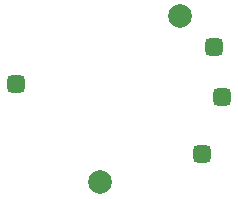
<source format=gtl>
G04 Layer_Physical_Order=1*
G04 Layer_Color=255*
%FSLAX25Y25*%
%MOIN*%
G70*
G01*
G75*
G04:AMPARAMS|DCode=10|XSize=59.06mil|YSize=59.06mil|CornerRadius=14.76mil|HoleSize=0mil|Usage=FLASHONLY|Rotation=0.000|XOffset=0mil|YOffset=0mil|HoleType=Round|Shape=RoundedRectangle|*
%AMROUNDEDRECTD10*
21,1,0.05906,0.02953,0,0,0.0*
21,1,0.02953,0.05906,0,0,0.0*
1,1,0.02953,0.01476,-0.01476*
1,1,0.02953,-0.01476,-0.01476*
1,1,0.02953,-0.01476,0.01476*
1,1,0.02953,0.01476,0.01476*
%
%ADD10ROUNDEDRECTD10*%
%ADD11C,0.07874*%
D10*
X-33760Y4035D02*
D03*
X28248Y-19291D02*
D03*
X32382Y16634D02*
D03*
X35138Y-98D02*
D03*
D11*
X21134Y26694D02*
D03*
X-5512Y-28637D02*
D03*
M02*

</source>
